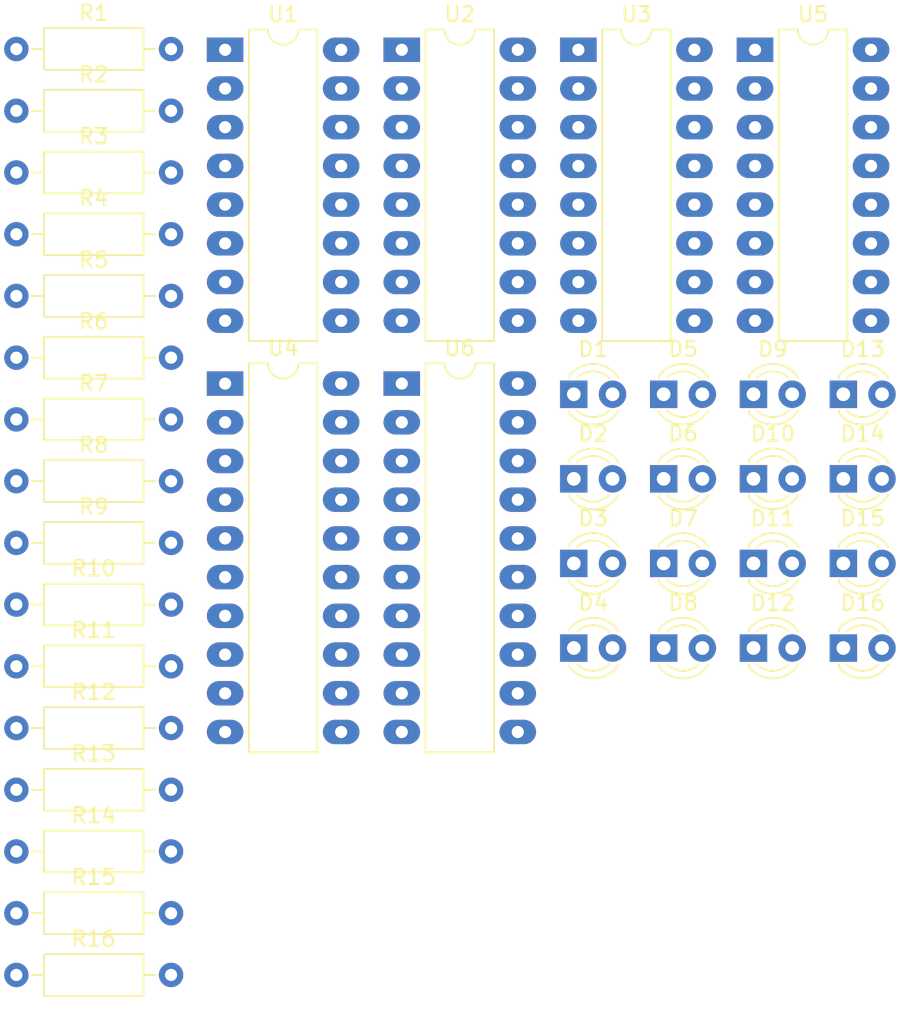
<source format=kicad_pcb>
(kicad_pcb (version 20221018) (generator pcbnew)
  (layers (0 "F.Cu" signal) (31 "B.Cu" signal) (34 "B.Paste" user) (35 "F.Paste" user) (36 "B.SilkS" user "B.Silkscreen") (37 "F.SilkS" user "F.Silkscreen") (38 "B.Mask" user) (39 "F.Mask" user) (44 "Edge.Cuts" user))
  (net 0 "")
  (net 1 "Net-(U3-Q3)")
  (net 2 "Net-(D9-A)")
  (net 3 "Net-(U1-Q2)")
  (net 4 "Net-(D2-A)")
  (net 5 "Net-(U1-Q3)")
  (net 6 "Net-(D1-A)")
  (net 7 "Net-(U1-Q1)")
  (net 8 "Net-(D3-A)")
  (net 9 "Net-(U1-Q0)")
  (net 10 "Net-(D4-A)")
  (net 11 "Net-(U2-Q3)")
  (net 12 "Net-(D5-A)")
  (net 13 "Net-(U2-Q2)")
  (net 14 "Net-(D6-A)")
  (net 15 "Net-(U2-Q1)")
  (net 16 "Net-(D7-A)")
  (net 17 "Net-(U2-Q0)")
  (net 18 "Net-(D8-A)")
  (net 19 "Net-(U3-Q2)")
  (net 20 "Net-(D10-A)")
  (net 21 "Net-(U3-Q1)")
  (net 22 "Net-(D11-A)")
  (net 23 "Net-(U3-Q0)")
  (net 24 "Net-(D12-A)")
  (net 25 "Net-(U5-Q3)")
  (net 26 "Net-(D13-A)")
  (net 27 "Net-(U5-Q2)")
  (net 28 "Net-(D14-A)")
  (net 29 "Net-(U5-Q1)")
  (net 30 "Net-(D15-A)")
  (net 31 "Net-(U5-Q0)")
  (net 32 "Net-(D16-A)")
  (net 33 "+5V")
  (net 34 "GND")
  (net 35 "ADDRESS_00")
  (net 36 "ADDRESS_01")
  (net 37 "ADDRESS_02")
  (net 38 "ADDRESS_03")
  (net 39 "ADDRESS_04")
  (net 40 "ADDRESS_05")
  (net 41 "ADDRESS_06")
  (net 42 "ADDRESS_07")
  (net 43 "~{PC_OUT}")
  (net 44 "ADDRESS_08")
  (net 45 "ADDRESS_09")
  (net 46 "ADDRESS_10")
  (net 47 "ADDRESS_11")
  (net 48 "ADDRESS_12")
  (net 49 "ADDRESS_13")
  (net 50 "ADDRESS_14")
  (net 51 "ADDRESS_15")
  (net 52 "~{PC_RST}")
  (net 53 "PC_INC")
  (net 54 "~{PC_LOAD}")
  (net 55 "Net-(U3-CET)")
  (net 56 "Net-(U2-CET)")
  (net 57 "Net-(U1-CET)")
  (footprint "Package_DIP:DIP-16_W7.62mm_LongPads" (layer "F.Cu") (at 103.08 71.38)
    (fp_text reference "U2" (at 3.81 -2.33) (layer "F.SilkS"))
    (fp_text value "74LS161")
    (pad "1" thru_hole rect (at 0 0) (size 2.4 1.6) (drill 0.8) (layers "*.Cu" "*.Mask") (net 52 "~{PC_RST}"))
    (pad "2" thru_hole oval (at 0 2.54) (size 2.4 1.6) (drill 0.8) (layers "*.Cu" "*.Mask") (net 53 "PC_INC"))
    (pad "3" thru_hole oval (at 0 5.08) (size 2.4 1.6) (drill 0.8) (layers "*.Cu" "*.Mask") (net 44 "ADDRESS_08"))
    (pad "4" thru_hole oval (at 0 7.62) (size 2.4 1.6) (drill 0.8) (layers "*.Cu" "*.Mask") (net 45 "ADDRESS_09"))
    (pad "5" thru_hole oval (at 0 10.16) (size 2.4 1.6) (drill 0.8) (layers "*.Cu" "*.Mask") (net 46 "ADDRESS_10"))
    (pad "6" thru_hole oval (at 0 12.7) (size 2.4 1.6) (drill 0.8) (layers "*.Cu" "*.Mask") (net 47 "ADDRESS_11"))
    (pad "7" thru_hole oval (at 0 15.24) (size 2.4 1.6) (drill 0.8) (layers "*.Cu" "*.Mask") (net 34 "GND"))
    (pad "8" thru_hole oval (at 0 17.78) (size 2.4 1.6) (drill 0.8) (layers "*.Cu" "*.Mask") (net 34 "GND"))
    (pad "9" thru_hole oval (at 7.62 17.78) (size 2.4 1.6) (drill 0.8) (layers "*.Cu" "*.Mask") (net 54 "~{PC_LOAD}"))
    (pad "10" thru_hole oval (at 7.62 15.24) (size 2.4 1.6) (drill 0.8) (layers "*.Cu" "*.Mask") (net 56 "Net-(U2-CET)"))
    (pad "11" thru_hole oval (at 7.62 12.7) (size 2.4 1.6) (drill 0.8) (layers "*.Cu" "*.Mask") (net 11 "Net-(U2-Q3)"))
    (pad "12" thru_hole oval (at 7.62 10.16) (size 2.4 1.6) (drill 0.8) (layers "*.Cu" "*.Mask") (net 13 "Net-(U2-Q2)"))
    (pad "13" thru_hole oval (at 7.62 7.62) (size 2.4 1.6) (drill 0.8) (layers "*.Cu" "*.Mask") (net 15 "Net-(U2-Q1)"))
    (pad "14" thru_hole oval (at 7.62 5.08) (size 2.4 1.6) (drill 0.8) (layers "*.Cu" "*.Mask") (net 17 "Net-(U2-Q0)"))
    (pad "15" thru_hole oval (at 7.62 2.54) (size 2.4 1.6) (drill 0.8) (layers "*.Cu" "*.Mask") (net 57 "Net-(U1-CET)"))
    (pad "16" thru_hole oval (at 7.62 0) (size 2.4 1.6) (drill 0.8) (layers "*.Cu" "*.Mask") (net 33 "+5V"))
  )
  (footprint "Package_DIP:DIP-16_W7.62mm_LongPads" (layer "F.Cu") (at 91.48 71.38)
    (fp_text reference "U1" (at 3.81 -2.33) (layer "F.SilkS"))
    (fp_text value "74LS161")
    (pad "1" thru_hole rect (at 0 0) (size 2.4 1.6) (drill 0.8) (layers "*.Cu" "*.Mask") (net 52 "~{PC_RST}"))
    (pad "2" thru_hole oval (at 0 2.54) (size 2.4 1.6) (drill 0.8) (layers "*.Cu" "*.Mask") (net 53 "PC_INC"))
    (pad "3" thru_hole oval (at 0 5.08) (size 2.4 1.6) (drill 0.8) (layers "*.Cu" "*.Mask") (net 48 "ADDRESS_12"))
    (pad "4" thru_hole oval (at 0 7.62) (size 2.4 1.6) (drill 0.8) (layers "*.Cu" "*.Mask") (net 49 "ADDRESS_13"))
    (pad "5" thru_hole oval (at 0 10.16) (size 2.4 1.6) (drill 0.8) (layers "*.Cu" "*.Mask") (net 50 "ADDRESS_14"))
    (pad "6" thru_hole oval (at 0 12.7) (size 2.4 1.6) (drill 0.8) (layers "*.Cu" "*.Mask") (net 51 "ADDRESS_15"))
    (pad "7" thru_hole oval (at 0 15.24) (size 2.4 1.6) (drill 0.8) (layers "*.Cu" "*.Mask") (net 34 "GND"))
    (pad "8" thru_hole oval (at 0 17.78) (size 2.4 1.6) (drill 0.8) (layers "*.Cu" "*.Mask") (net 34 "GND"))
    (pad "9" thru_hole oval (at 7.62 17.78) (size 2.4 1.6) (drill 0.8) (layers "*.Cu" "*.Mask") (net 54 "~{PC_LOAD}"))
    (pad "10" thru_hole oval (at 7.62 15.24) (size 2.4 1.6) (drill 0.8) (layers "*.Cu" "*.Mask") (net 57 "Net-(U1-CET)"))
    (pad "11" thru_hole oval (at 7.62 12.7) (size 2.4 1.6) (drill 0.8) (layers "*.Cu" "*.Mask") (net 5 "Net-(U1-Q3)"))
    (pad "12" thru_hole oval (at 7.62 10.16) (size 2.4 1.6) (drill 0.8) (layers "*.Cu" "*.Mask") (net 3 "Net-(U1-Q2)"))
    (pad "13" thru_hole oval (at 7.62 7.62) (size 2.4 1.6) (drill 0.8) (layers "*.Cu" "*.Mask") (net 7 "Net-(U1-Q1)"))
    (pad "14" thru_hole oval (at 7.62 5.08) (size 2.4 1.6) (drill 0.8) (layers "*.Cu" "*.Mask") (net 9 "Net-(U1-Q0)"))
    (pad "15" thru_hole oval (at 7.62 2.54) (size 2.4 1.6) (drill 0.8) (layers "*.Cu" "*.Mask") (net 34 "GND"))
    (pad "16" thru_hole oval (at 7.62 0) (size 2.4 1.6) (drill 0.8) (layers "*.Cu" "*.Mask") (net 33 "+5V"))
  )
  (footprint "Resistor_THT:R_Axial_DIN0207_L6.3mm_D2.5mm_P10.16mm_Horizontal" (layer "F.Cu") (at 77.77 99.68)
    (fp_text reference "R8" (at 5.08 -2.37) (layer "F.SilkS"))
    (fp_text value "R_US")
    (pad "1" thru_hole circle (at 0 0) (size 1.6 1.6) (drill 0.8) (layers "*.Cu" "*.Mask") (net 17 "Net-(U2-Q0)"))
    (pad "2" thru_hole oval (at 10.16 0) (size 1.6 1.6) (drill 0.8) (layers "*.Cu" "*.Mask") (net 18 "Net-(D8-A)"))
  )
  (footprint "LED_THT:LED_D3.0mm" (layer "F.Cu") (at 132.08 93.98)
    (fp_text reference "D13" (at 1.27 -2.96) (layer "F.SilkS"))
    (fp_text value "LED")
    (pad "1" thru_hole rect (at 0 0) (size 1.8 1.8) (drill 0.9) (layers "*.Cu" "*.Mask") (net 34 "GND"))
    (pad "2" thru_hole circle (at 2.54 0) (size 1.8 1.8) (drill 0.9) (layers "*.Cu" "*.Mask") (net 26 "Net-(D13-A)"))
  )
  (footprint "LED_THT:LED_D3.0mm" (layer "F.Cu") (at 120.28 105.08)
    (fp_text reference "D7" (at 1.27 -2.96) (layer "F.SilkS"))
    (fp_text value "LED")
    (pad "1" thru_hole rect (at 0 0) (size 1.8 1.8) (drill 0.9) (layers "*.Cu" "*.Mask") (net 34 "GND"))
    (pad "2" thru_hole circle (at 2.54 0) (size 1.8 1.8) (drill 0.9) (layers "*.Cu" "*.Mask") (net 16 "Net-(D7-A)"))
  )
  (footprint "Resistor_THT:R_Axial_DIN0207_L6.3mm_D2.5mm_P10.16mm_Horizontal" (layer "F.Cu") (at 77.77 128.03)
    (fp_text reference "R15" (at 5.08 -2.37) (layer "F.SilkS"))
    (fp_text value "R_US")
    (pad "1" thru_hole circle (at 0 0) (size 1.6 1.6) (drill 0.8) (layers "*.Cu" "*.Mask") (net 29 "Net-(U5-Q1)"))
    (pad "2" thru_hole oval (at 10.16 0) (size 1.6 1.6) (drill 0.8) (layers "*.Cu" "*.Mask") (net 30 "Net-(D15-A)"))
  )
  (footprint "LED_THT:LED_D3.0mm" (layer "F.Cu") (at 114.38 105.08)
    (fp_text reference "D3" (at 1.27 -2.96) (layer "F.SilkS"))
    (fp_text value "LED")
    (pad "1" thru_hole rect (at 0 0) (size 1.8 1.8) (drill 0.9) (layers "*.Cu" "*.Mask") (net 34 "GND"))
    (pad "2" thru_hole circle (at 2.54 0) (size 1.8 1.8) (drill 0.9) (layers "*.Cu" "*.Mask") (net 8 "Net-(D3-A)"))
  )
  (footprint "Resistor_THT:R_Axial_DIN0207_L6.3mm_D2.5mm_P10.16mm_Horizontal" (layer "F.Cu") (at 77.77 79.43)
    (fp_text reference "R3" (at 5.08 -2.37) (layer "F.SilkS"))
    (fp_text value "R_US")
    (pad "1" thru_hole circle (at 0 0) (size 1.6 1.6) (drill 0.8) (layers "*.Cu" "*.Mask") (net 7 "Net-(U1-Q1)"))
    (pad "2" thru_hole oval (at 10.16 0) (size 1.6 1.6) (drill 0.8) (layers "*.Cu" "*.Mask") (net 8 "Net-(D3-A)"))
  )
  (footprint "LED_THT:LED_D3.0mm" (layer "F.Cu") (at 114.38 93.98)
    (fp_text reference "D1" (at 1.27 -2.96) (layer "F.SilkS"))
    (fp_text value "LED")
    (pad "1" thru_hole rect (at 0 0) (size 1.8 1.8) (drill 0.9) (layers "*.Cu" "*.Mask") (net 34 "GND"))
    (pad "2" thru_hole circle (at 2.54 0) (size 1.8 1.8) (drill 0.9) (layers "*.Cu" "*.Mask") (net 6 "Net-(D1-A)"))
  )
  (footprint "Resistor_THT:R_Axial_DIN0207_L6.3mm_D2.5mm_P10.16mm_Horizontal" (layer "F.Cu") (at 77.77 103.73)
    (fp_text reference "R9" (at 5.08 -2.37) (layer "F.SilkS"))
    (fp_text value "R_US")
    (pad "1" thru_hole circle (at 0 0) (size 1.6 1.6) (drill 0.8) (layers "*.Cu" "*.Mask") (net 1 "Net-(U3-Q3)"))
    (pad "2" thru_hole oval (at 10.16 0) (size 1.6 1.6) (drill 0.8) (layers "*.Cu" "*.Mask") (net 2 "Net-(D9-A)"))
  )
  (footprint "Resistor_THT:R_Axial_DIN0207_L6.3mm_D2.5mm_P10.16mm_Horizontal" (layer "F.Cu") (at 77.77 107.78)
    (fp_text reference "R10" (at 5.08 -2.37) (layer "F.SilkS"))
    (fp_text value "R_US")
    (pad "1" thru_hole circle (at 0 0) (size 1.6 1.6) (drill 0.8) (layers "*.Cu" "*.Mask") (net 19 "Net-(U3-Q2)"))
    (pad "2" thru_hole oval (at 10.16 0) (size 1.6 1.6) (drill 0.8) (layers "*.Cu" "*.Mask") (net 20 "Net-(D10-A)"))
  )
  (footprint "Resistor_THT:R_Axial_DIN0207_L6.3mm_D2.5mm_P10.16mm_Horizontal" (layer "F.Cu") (at 77.77 71.33)
    (fp_text reference "R1" (at 5.08 -2.37) (layer "F.SilkS"))
    (fp_text value "R_US")
    (pad "1" thru_hole circle (at 0 0) (size 1.6 1.6) (drill 0.8) (layers "*.Cu" "*.Mask") (net 5 "Net-(U1-Q3)"))
    (pad "2" thru_hole oval (at 10.16 0) (size 1.6 1.6) (drill 0.8) (layers "*.Cu" "*.Mask") (net 6 "Net-(D1-A)"))
  )
  (footprint "Resistor_THT:R_Axial_DIN0207_L6.3mm_D2.5mm_P10.16mm_Horizontal" (layer "F.Cu") (at 77.77 95.63)
    (fp_text reference "R7" (at 5.08 -2.37) (layer "F.SilkS"))
    (fp_text value "R_US")
    (pad "1" thru_hole circle (at 0 0) (size 1.6 1.6) (drill 0.8) (layers "*.Cu" "*.Mask") (net 15 "Net-(U2-Q1)"))
    (pad "2" thru_hole oval (at 10.16 0) (size 1.6 1.6) (drill 0.8) (layers "*.Cu" "*.Mask") (net 16 "Net-(D7-A)"))
  )
  (footprint "LED_THT:LED_D3.0mm" (layer "F.Cu") (at 126.18 93.98)
    (fp_text reference "D9" (at 1.27 -2.96) (layer "F.SilkS"))
    (fp_text value "LED")
    (pad "1" thru_hole rect (at 0 0) (size 1.8 1.8) (drill 0.9) (layers "*.Cu" "*.Mask") (net 34 "GND"))
    (pad "2" thru_hole circle (at 2.54 0) (size 1.8 1.8) (drill 0.9) (layers "*.Cu" "*.Mask") (net 2 "Net-(D9-A)"))
  )
  (footprint "LED_THT:LED_D3.0mm" (layer "F.Cu") (at 120.28 110.63)
    (fp_text reference "D8" (at 1.27 -2.96) (layer "F.SilkS"))
    (fp_text value "LED")
    (pad "1" thru_hole rect (at 0 0) (size 1.8 1.8) (drill 0.9) (layers "*.Cu" "*.Mask") (net 34 "GND"))
    (pad "2" thru_hole circle (at 2.54 0) (size 1.8 1.8) (drill 0.9) (layers "*.Cu" "*.Mask") (net 18 "Net-(D8-A)"))
  )
  (footprint "LED_THT:LED_D3.0mm" (layer "F.Cu") (at 132.08 110.63)
    (fp_text reference "D16" (at 1.27 -2.96) (layer "F.SilkS"))
    (fp_text value "LED")
    (pad "1" thru_hole rect (at 0 0) (size 1.8 1.8) (drill 0.9) (layers "*.Cu" "*.Mask") (net 34 "GND"))
    (pad "2" thru_hole circle (at 2.54 0) (size 1.8 1.8) (drill 0.9) (layers "*.Cu" "*.Mask") (net 32 "Net-(D16-A)"))
  )
  (footprint "LED_THT:LED_D3.0mm" (layer "F.Cu") (at 114.38 99.53)
    (fp_text reference "D2" (at 1.27 -2.96) (layer "F.SilkS"))
    (fp_text value "LED")
    (pad "1" thru_hole rect (at 0 0) (size 1.8 1.8) (drill 0.9) (layers "*.Cu" "*.Mask") (net 34 "GND"))
    (pad "2" thru_hole circle (at 2.54 0) (size 1.8 1.8) (drill 0.9) (layers "*.Cu" "*.Mask") (net 4 "Net-(D2-A)"))
  )
  (footprint "LED_THT:LED_D3.0mm" (layer "F.Cu") (at 126.18 110.63)
    (fp_text reference "D12" (at 1.27 -2.96) (layer "F.SilkS"))
    (fp_text value "LED")
    (pad "1" thru_hole rect (at 0 0) (size 1.8 1.8) (drill 0.9) (layers "*.Cu" "*.Mask") (net 34 "GND"))
    (pad "2" thru_hole circle (at 2.54 0) (size 1.8 1.8) (drill 0.9) (layers "*.Cu" "*.Mask") (net 24 "Net-(D12-A)"))
  )
  (footprint "LED_THT:LED_D3.0mm" (layer "F.Cu") (at 132.08 105.08)
    (fp_text reference "D15" (at 1.27 -2.96) (layer "F.SilkS"))
    (fp_text value "LED")
    (pad "1" thru_hole rect (at 0 0) (size 1.8 1.8) (drill 0.9) (layers "*.Cu" "*.Mask") (net 34 "GND"))
    (pad "2" thru_hole circle (at 2.54 0) (size 1.8 1.8) (drill 0.9) (layers "*.Cu" "*.Mask") (net 30 "Net-(D15-A)"))
  )
  (footprint "LED_THT:LED_D3.0mm" (layer "F.Cu") (at 132.08 99.53)
    (fp_text reference "D14" (at 1.27 -2.96) (layer "F.SilkS"))
    (fp_text value "LED")
    (pad "1" thru_hole rect (at 0 0) (size 1.8 1.8) (drill 0.9) (layers "*.Cu" "*.Mask") (net 34 "GND"))
    (pad "2" thru_hole circle (at 2.54 0) (size 1.8 1.8) (drill 0.9) (layers "*.Cu" "*.Mask") (net 28 "Net-(D14-A)"))
  )
  (footprint "Resistor_THT:R_Axial_DIN0207_L6.3mm_D2.5mm_P10.16mm_Horizontal" (layer "F.Cu") (at 77.77 132.08)
    (fp_text reference "R16" (at 5.08 -2.37) (layer "F.SilkS"))
    (fp_text value "R_US")
    (pad "1" thru_hole circle (at 0 0) (size 1.6 1.6) (drill 0.8) (layers "*.Cu" "*.Mask") (net 31 "Net-(U5-Q0)"))
    (pad "2" thru_hole oval (at 10.16 0) (size 1.6 1.6) (drill 0.8) (layers "*.Cu" "*.Mask") (net 32 "Net-(D16-A)"))
  )
  (footprint "Resistor_THT:R_Axial_DIN0207_L6.3mm_D2.5mm_P10.16mm_Horizontal" (layer "F.Cu") (at 77.77 119.93)
    (fp_text reference "R13" (at 5.08 -2.37) (layer "F.SilkS"))
    (fp_text value "R_US")
    (pad "1" thru_hole circle (at 0 0) (size 1.6 1.6) (drill 0.8) (layers "*.Cu" "*.Mask") (net 25 "Net-(U5-Q3)"))
    (pad "2" thru_hole oval (at 10.16 0) (size 1.6 1.6) (drill 0.8) (layers "*.Cu" "*.Mask") (net 26 "Net-(D13-A)"))
  )
  (footprint "LED_THT:LED_D3.0mm" (layer "F.Cu") (at 120.28 93.98)
    (fp_text reference "D5" (at 1.27 -2.96) (layer "F.SilkS"))
    (fp_text value "LED")
    (pad "1" thru_hole rect (at 0 0) (size 1.8 1.8) (drill 0.9) (layers "*.Cu" "*.Mask") (net 34 "GND"))
    (pad "2" thru_hole circle (at 2.54 0) (size 1.8 1.8) (drill 0.9) (layers "*.Cu" "*.Mask") (net 12 "Net-(D5-A)"))
  )
  (footprint "LED_THT:LED_D3.0mm" (layer "F.Cu") (at 120.28 99.53)
    (fp_text reference "D6" (at 1.27 -2.96) (layer "F.SilkS"))
    (fp_text value "LED")
    (pad "1" thru_hole rect (at 0 0) (size 1.8 1.8) (drill 0.9) (layers "*.Cu" "*.Mask") (net 34 "GND"))
    (pad "2" thru_hole circle (at 2.54 0) (size 1.8 1.8) (drill 0.9) (layers "*.Cu" "*.Mask") (net 14 "Net-(D6-A)"))
  )
  (footprint "Resistor_THT:R_Axial_DIN0207_L6.3mm_D2.5mm_P10.16mm_Horizontal" (layer "F.Cu") (at 77.77 111.83)
    (fp_text reference "R11" (at 5.08 -2.37) (layer "F.SilkS"))
    (fp_text value "R_US")
    (pad "1" thru_hole circle (at 0 0) (size 1.6 1.6) (drill 0.8) (layers "*.Cu" "*.Mask") (net 21 "Net-(U3-Q1)"))
    (pad "2" thru_hole oval (at 10.16 0) (size 1.6 1.6) (drill 0.8) (layers "*.Cu" "*.Mask") (net 22 "Net-(D11-A)"))
  )
  (footprint "Resistor_THT:R_Axial_DIN0207_L6.3mm_D2.5mm_P10.16mm_Horizontal" (layer "F.Cu") (at 77.77 91.58)
    (fp_text reference "R6" (at 5.08 -2.37) (layer "F.SilkS"))
    (fp_text value "R_US")
    (pad "1" thru_hole circle (at 0 0) (size 1.6 1.6) (drill 0.8) (layers "*.Cu" "*.Mask") (net 13 "Net-(U2-Q2)"))
    (pad "2" thru_hole oval (at 10.16 0) (size 1.6 1.6) (drill 0.8) (layers "*.Cu" "*.Mask") (net 14 "Net-(D6-A)"))
  )
  (footprint "LED_THT:LED_D3.0mm" (layer "F.Cu") (at 114.38 110.63)
    (fp_text reference "D4" (at 1.27 -2.96) (layer "F.SilkS"))
    (fp_text value "LED")
    (pad "1" thru_hole rect (at 0 0) (size 1.8 1.8) (drill 0.9) (layers "*.Cu" "*.Mask") (net 34 "GND"))
    (pad "2" thru_hole circle (at 2.54 0) (size 1.8 1.8) (drill 0.9) (layers "*.Cu" "*.Mask") (net 10 "Net-(D4-A)"))
  )
  (footprint "Resistor_THT:R_Axial_DIN0207_L6.3mm_D2.5mm_P10.16mm_Horizontal" (layer "F.Cu") (at 77.77 123.98)
    (fp_text reference "R14" (at 5.08 -2.37) (layer "F.SilkS"))
    (fp_text value "R_US")
    (pad "1" thru_hole circle (at 0 0) (size 1.6 1.6) (drill 0.8) (layers "*.Cu" "*.Mask") (net 27 "Net-(U5-Q2)"))
    (pad "2" thru_hole oval (at 10.16 0) (size 1.6 1.6) (drill 0.8) (layers "*.Cu" "*.Mask") (net 28 "Net-(D14-A)"))
  )
  (footprint "Package_DIP:DIP-16_W7.62mm_LongPads" (layer "F.Cu") (at 126.28 71.38)
    (fp_text reference "U5" (at 3.81 -2.33) (layer "F.SilkS"))
    (fp_text value "74LS161")
    (pad "1" thru_hole rect (at 0 0) (size 2.4 1.6) (drill 0.8) (layers "*.Cu" "*.Mask") (net 52 "~{PC_RST}"))
    (pad "2" thru_hole oval (at 0 2.54) (size 2.4 1.6) (drill 0.8) (layers "*.Cu" "*.Mask") (net 53 "PC_INC"))
    (pad "3" thru_hole oval (at 0 5.08) (size 2.4 1.6) (drill 0.8) (layers "*.Cu" "*.Mask") (net 35 "ADDRESS_00"))
    (pad "4" thru_hole oval (at 0 7.62) (size 2.4 1.6) (drill 0.8) (layers "*.Cu" "*.Mask") (net 36 "ADDRESS_01"))
    (pad "5" thru_hole oval (at 0 10.16) (size 2.4 1.6) (drill 0.8) (layers "*.Cu" "*.Mask") (net 37 "ADDRESS_02"))
    (pad "6" thru_hole oval (at 0 12.7) (size 2.4 1.6) (drill 0.8) (layers "*.Cu" "*.Mask") (net 38 "ADDRESS_03"))
    (pad "7" thru_hole oval (at 0 15.24) (size 2.4 1.6) (drill 0.8) (layers "*.Cu" "*.Mask") (net 34 "GND"))
    (pad "8" thru_hole oval (at 0 17.78) (size 2.4 1.6) (drill 0.8) (layers "*.Cu" "*.Mask") (net 34 "GND"))
    (pad "9" thru_hole oval (at 7.62 17.78) (size 2.4 1.6) (drill 0.8) (layers "*.Cu" "*.Mask") (net 54 "~{PC_LOAD}"))
    (pad "10" thru_hole oval (at 7.62 15.24) (size 2.4 1.6) (drill 0.8) (layers "*.Cu" "*.Mask") (net 34 "GND"))
    (pad "11" thru_hole oval (at 7.62 12.7) (size 2.4 1.6) (drill 0.8) (layers "*.Cu" "*.Mask") (net 25 "Net-(U5-Q3)"))
    (pad "12" thru_hole oval (at 7.62 10.16) (size 2.4 1.6) (drill 0.8) (layers "*.Cu" "*.Mask") (net 27 "Net-(U5-Q2)"))
    (pad "13" thru_hole oval (at 7.62 7.62) (size 2.4 1.6) (drill 0.8) (layers "*.Cu" "*.Mask") (net 29 "Net-(U5-Q1)"))
    (pad "14" thru_hole oval (at 7.62 5.08) (size 2.4 1.6) (drill 0.8) (layers "*.Cu" "*.Mask") (net 31 "Net-(U5-Q0)"))
    (pad "15" thru_hole oval (at 7.62 2.54) (size 2.4 1.6) (drill 0.8) (layers "*.Cu" "*.Mask") (net 55 "Net-(U3-CET)"))
    (pad "16" thru_hole oval (at 7.62 0) (size 2.4 1.6) (drill 0.8) (layers "*.Cu" "*.Mask") (net 33 "+5V"))
  )
  (footprint "Package_DIP:DIP-20_W7.62mm_LongPads" (layer "F.Cu") (at 103.08 93.28)
    (fp_text reference "U6" (at 3.81 -2.33) (layer "F.SilkS"))
    (fp_text value "74LS245")
    (pad "1" thru_hole rect (at 0 0) (size 2.4 1.6) (drill 0.8) (layers "*.Cu" "*.Mask") (net 33 "+5V"))
    (pad "2" thru_hole oval (at 0 2.54) (size 2.4 1.6) (drill 0.8) (layers "*.Cu" "*.Mask") (net 1 "Net-(U3-Q3)"))
    (pad "3" thru_hole oval (at 0 5.08) (size 2.4 1.6) (drill 0.8) (layers "*.Cu" "*.Mask") (net 19 "Net-(U3-Q2)"))
    (pad "4" thru_hole oval (at 0 7.62) (size 2.4 1.6) (drill 0.8) (layers "*.Cu" "*.Mask") (net 21 "Net-(U3-Q1)"))
    (pad "5" thru_hole oval (at 0 10.16) (size 2.4 1.6) (drill 0.8) (layers "*.Cu" "*.Mask") (net 23 "Net-(U3-Q0)"))
    (pad "6" thru_hole oval (at 0 12.7) (size 2.4 1.6) (drill 0.8) (layers "*.Cu" "*.Mask") (net 25 "Net-(U5-Q3)"))
    (pad "7" thru_hole oval (at 0 15.24) (size 2.4 1.6) (drill 0.8) (layers "*.Cu" "*.Mask") (net 27 "Net-(U5-Q2)"))
    (pad "8" thru_hole oval (at 0 17.78) (size 2.4 1.6) (drill 0.8) (layers "*.Cu" "*.Mask") (net 29 "Net-(U5-Q1)"))
    (pad "9" thru_hole oval (at 0 20.32) (size 2.4 1.6) (drill 0.8) (layers "*.Cu" "*.Mask") (net 31 "Net-(U5-Q0)"))
    (pad "10" thru_hole oval (at 0 22.86) (size 2.4 1.6) (drill 0.8) (layers "*.Cu" "*.Mask") (net 34 "GND"))
    (pad "11" thru_hole oval (at 7.62 22.86) (size 2.4 1.6) (drill 0.8) (layers "*.Cu" "*.Mask") (net 35 "ADDRESS_00"))
    (pad "12" thru_hole oval (at 7.62 20.32) (size 2.4 1.6) (drill 0.8) (layers "*.Cu" "*.Mask") (net 36 "ADDRESS_01"))
    (pad "13" thru_hole oval (at 7.62 17.78) (size 2.4 1.6) (drill 0.8) (layers "*.Cu" "*.Mask") (net 37 "ADDRESS_02"))
    (pad "14" thru_hole oval (at 7.62 15.24) (size 2.4 1.6) (drill 0.8) (layers "*.Cu" "*.Mask") (net 38 "ADDRESS_03"))
    (pad "15" thru_hole oval (at 7.62 12.7) (size 2.4 1.6) (drill 0.8) (layers "*.Cu" "*.Mask") (net 39 "ADDRESS_04"))
    (pad "16" thru_hole oval (at 7.62 10.16) (size 2.4 1.6) (drill 0.8) (layers "*.Cu" "*.Mask") (net 40 "ADDRESS_05"))
    (pad "17" thru_hole oval (at 7.62 7.62) (size 2.4 1.6) (drill 0.8) (layers "*.Cu" "*.Mask") (net 41 "ADDRESS_06"))
    (pad "18" thru_hole oval (at 7.62 5.08) (size 2.4 1.6) (drill 0.8) (layers "*.Cu" "*.Mask") (net 42 "ADDRESS_07"))
    (pad "19" thru_hole oval (at 7.62 2.54) (size 2.4 1.6) (drill 0.8) (layers "*.Cu" "*.Mask") (net 43 "~{PC_OUT}"))
    (pad "20" thru_hole oval (at 7.62 0) (size 2.4 1.6) (drill 0.8) (layers "*.Cu" "*.Mask") (net 33 "+5V"))
  )
  (footprint "Resistor_THT:R_Axial_DIN0207_L6.3mm_D2.5mm_P10.16mm_Horizontal" (layer "F.Cu") (at 77.77 87.53)
    (fp_text reference "R5" (at 5.08 -2.37) (layer "F.SilkS"))
    (fp_text value "R_US")
    (pad "1" thru_hole circle (at 0 0) (size 1.6 1.6) (drill 0.8) (layers "*.Cu" "*.Mask") (net 11 "Net-(U2-Q3)"))
    (pad "2" thru_hole oval (at 10.16 0) (size 1.6 1.6) (drill 0.8) (layers "*.Cu" "*.Mask") (net 12 "Net-(D5-A)"))
  )
  (footprint "Resistor_THT:R_Axial_DIN0207_L6.3mm_D2.5mm_P10.16mm_Horizontal" (layer "F.Cu") (at 77.77 83.48)
    (fp_text reference "R4" (at 5.08 -2.37) (layer "F.SilkS"))
    (fp_text value "R_US")
    (pad "1" thru_hole circle (at 0 0) (size 1.6 1.6) (drill 0.8) (layers "*.Cu" "*.Mask") (net 9 "Net-(U1-Q0)"))
    (pad "2" thru_hole oval (at 10.16 0) (size 1.6 1.6) (drill 0.8) (layers "*.Cu" "*.Mask") (net 10 "Net-(D4-A)"))
  )
  (footprint "Package_DIP:DIP-20_W7.62mm_LongPads" (layer "F.Cu") (at 91.48 93.28)
    (fp_text reference "U4" (at 3.81 -2.33) (layer "F.SilkS"))
    (fp_text value "74LS245")
    (pad "1" thru_hole rect (at 0 0) (size 2.4 1.6) (drill 0.8) (layers "*.Cu" "*.Mask") (net 33 "+5V"))
    (pad "2" thru_hole oval (at 0 2.54) (size 2.4 1.6) (drill 0.8) (layers "*.Cu" "*.Mask") (net 5 "Net-(U1-Q3)"))
    (pad "3" thru_hole oval (at 0 5.08) (size 2.4 1.6) (drill 0.8) (layers "*.Cu" "*.Mask") (net 3 "Net-(U1-Q2)"))
    (pad "4" thru_hole oval (at 0 7.62) (size 2.4 1.6) (drill 0.8) (layers "*.Cu" "*.Mask") (net 7 "Net-(U1-Q1)"))
    (pad "5" thru_hole oval (at 0 10.16) (size 2.4 1.6) (drill 0.8) (layers "*.Cu" "*.Mask") (net 9 "Net-(U1-Q0)"))
    (pad "6" thru_hole oval (at 0 12.7) (size 2.4 1.6) (drill 0.8) (layers "*.Cu" "*.Mask") (net 11 "Net-(U2-Q3)"))
    (pad "7" thru_hole oval (at 0 15.24) (size 2.4 1.6) (drill 0.8) (layers "*.Cu" "*.Mask") (net 13 "Net-(U2-Q2)"))
    (pad "8" thru_hole oval (at 0 17.78) (size 2.4 1.6) (drill 0.8) (layers "*.Cu" "*.Mask") (net 15 "Net-(U2-Q1)"))
    (pad "9" thru_hole oval (at 0 20.32) (size 2.4 1.6) (drill 0.8) (layers "*.Cu" "*.Mask") (net 17 "Net-(U2-Q0)"))
    (pad "10" thru_hole oval (at 0 22.86) (size 2.4 1.6) (drill 0.8) (layers "*.Cu" "*.Mask") (net 34 "GND"))
    (pad "11" thru_hole oval (at 7.62 22.86) (size 2.4 1.6) (drill 0.8) (layers "*.Cu" "*.Mask") (net 44 "ADDRESS_08"))
    (pad "12" thru_hole oval (at 7.62 20.32) (size 2.4 1.6) (drill 0.8) (layers "*.Cu" "*.Mask") (net 45 "ADDRESS_09"))
    (pad "13" thru_hole oval (at 7.62 17.78) (size 2.4 1.6) (drill 0.8) (layers "*.Cu" "*.Mask") (net 46 "ADDRESS_10"))
    (pad "14" thru_hole oval (at 7.62 15.24) (size 2.4 1.6) (drill 0.8) (layers "*.Cu" "*.Mask") (net 47 "ADDRESS_11"))
    (pad "15" thru_hole oval (at 7.62 12.7) (size 2.4 1.6) (drill 0.8) (layers "*.Cu" "*.Mask") (net 48 "ADDRESS_12"))
    (pad "16" thru_hole oval (at 7.62 10.16) (size 2.4 1.6) (drill 0.8) (layers "*.Cu" "*.Mask") (net 49 "ADDRESS_13"))
    (pad "17" thru_hole oval (at 7.62 7.62) (size 2.4 1.6) (drill 0.8) (layers "*.Cu" "*.Mask") (net 50 "ADDRESS_14"))
    (pad "18" thru_hole oval (at 7.62 5.08) (size 2.4 1.6) (drill 0.8) (layers "*.Cu" "*.Mask") (net 51 "ADDRESS_15"))
    (pad "19" thru_hole oval (at 7.62 2.54) (size 2.4 1.6) (drill 0.8) (layers "*.Cu" "*.Mask") (net 43 "~{PC_OUT}"))
    (pad "20" thru_hole oval (at 7.62 0) (size 2.4 1.6) (drill 0.8) (layers "*.Cu" "*.Mask") (net 33 "+5V"))
  )
  (footprint "LED_THT:LED_D3.0mm" (layer "F.Cu") (at 126.18 105.08)
    (fp_text reference "D11" (at 1.27 -2.96) (layer "F.SilkS"))
    (fp_text value "LED")
    (pad "1" thru_hole rect (at 0 0) (size 1.8 1.8) (drill 0.9) (layers "*.Cu" "*.Mask") (net 34 "GND"))
    (pad "2" thru_hole circle (at 2.54 0) (size 1.8 1.8) (drill 0.9) (layers "*.Cu" "*.Mask") (net 22 "Net-(D11-A)"))
  )
  (footprint "LED_THT:LED_D3.0mm" (layer "F.Cu") (at 126.18 99.53)
    (fp_text reference "D10" (at 1.27 -2.96) (layer "F.SilkS"))
    (fp_text value "LED")
    (pad "1" thru_hole rect (at 0 0) (size 1.8 1.8) (drill 0.9) (layers "*.Cu" "*.Mask") (net 34 "GND"))
    (pad "2" thru_hole circle (at 2.54 0) (size 1.8 1.8) (drill 0.9) (layers "*.Cu" "*.Mask") (net 20 "Net-(D10-A)"))
  )
  (footprint "Package_DIP:DIP-16_W7.62mm_LongPads" (layer "F.Cu") (at 114.68 71.38)
    (fp_text reference "U3" (at 3.81 -2.33) (layer "F.SilkS"))
    (fp_text value "74LS161")
    (pad "1" thru_hole rect (at 0 0) (size 2.4 1.6) (drill 0.8) (layers "*.Cu" "*.Mask") (net 52 "~{PC_RST}"))
    (pad "2" thru_hole oval (at 0 2.54) (size 2.4 1.6) (drill 0.8) (layers "*.Cu" "*.Mask") (net 53 "PC_INC"))
    (pad "3" thru_hole oval (at 0 5.08) (size 2.4 1.6) (drill 0.8) (layers "*.Cu" "*.Mask") (net 39 "ADDRESS_04"))
    (pad "4" thru_hole oval (at 0 7.62) (size 2.4 1.6) (drill 0.8) (layers "*.Cu" "*.Mask") (net 40 "ADDRESS_05"))
    (pad "5" thru_hole oval (at 0 10.16) (size 2.4 1.6) (drill 0.8) (layers "*.Cu" "*.Mask") (net 41 "ADDRESS_06"))
    (pad "6" thru_hole oval (at 0 12.7) (size 2.4 1.6) (drill 0.8) (layers "*.Cu" "*.Mask") (net 42 "ADDRESS_07"))
    (pad "7" thru_hole oval (at 0 15.24) (size 2.4 1.6) (drill 0.8) (layers "*.Cu" "*.Mask") (net 34 "GND"))
    (pad "8" thru_hole oval (at 0 17.78) (size 2.4 1.6) (drill 0.8) (layers "*.Cu" "*.Mask") (net 34 "GND"))
    (pad "9" thru_hole oval (at 7.62 17.78) (size 2.4 1.6) (drill 0.8) (layers "*.Cu" "*.Mask") (net 54 "~{PC_LOAD}"))
    (pad "10" thru_hole oval (at 7.62 15.24) (size 2.4 1.6) (drill 0.8) (layers "*.Cu" "*.Mask") (net 55 "Net-(U3-CET)"))
    (pad "11" thru_hole oval (at 7.62 12.7) (size 2.4 1.6) (drill 0.8) (layers "*.Cu" "*.Mask") (net 1 "Net-(U3-Q3)"))
    (pad "12" thru_hole oval (at 7.62 10.16) (size 2.4 1.6) (drill 0.8) (layers "*.Cu" "*.Mask") (net 19 "Net-(U3-Q2)"))
    (pad "13" thru_hole oval (at 7.62 7.62) (size 2.4 1.6) (drill 0.8) (layers "*.Cu" "*.Mask") (net 21 "Net-(U3-Q1)"))
    (pad "14" thru_hole oval (at 7.62 5.08) (size 2.4 1.6) (drill 0.8) (layers "*.Cu" "*.Mask") (net 23 "Net-(U3-Q0)"))
    (pad "15" thru_hole oval (at 7.62 2.54) (size 2.4 1.6) (drill 0.8) (layers "*.Cu" "*.Mask") (net 56 "Net-(U2-CET)"))
    (pad "16" thru_hole oval (at 7.62 0) (size 2.4 1.6) (drill 0.8) (layers "*.Cu" "*.Mask") (net 33 "+5V"))
  )
  (footprint "Resistor_THT:R_Axial_DIN0207_L6.3mm_D2.5mm_P10.16mm_Horizontal" (layer "F.Cu") (at 77.77 115.88)
    (fp_text reference "R12" (at 5.08 -2.37) (layer "F.SilkS"))
    (fp_text value "R_US")
    (pad "1" thru_hole circle (at 0 0) (size 1.6 1.6) (drill 0.8) (layers "*.Cu" "*.Mask") (net 23 "Net-(U3-Q0)"))
    (pad "2" thru_hole oval (at 10.16 0) (size 1.6 1.6) (drill 0.8) (layers "*.Cu" "*.Mask") (net 24 "Net-(D12-A)"))
  )
  (footprint "Resistor_THT:R_Axial_DIN0207_L6.3mm_D2.5mm_P10.16mm_Horizontal" (layer "F.Cu") (at 77.77 75.38)
    (fp_text reference "R2" (at 5.08 -2.37) (layer "F.SilkS"))
    (fp_text value "R_US")
    (pad "1" thru_hole circle (at 0 0) (size 1.6 1.6) (drill 0.8) (layers "*.Cu" "*.Mask") (net 3 "Net-(U1-Q2)"))
    (pad "2" thru_hole oval (at 10.16 0) (size 1.6 1.6) (drill 0.8) (layers "*.Cu" "*.Mask") (net 4 "Net-(D2-A)"))
  )
)
</source>
